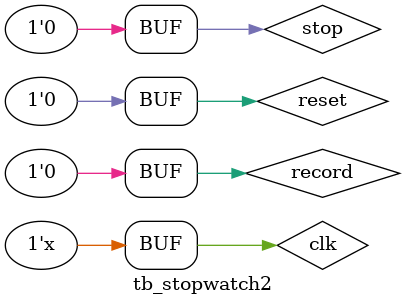
<source format=v>
`timescale 1ns / 1ps


module tb_stopwatch2;

	// Inputs
	reg clk;
	reg reset;
	reg stop;
	reg record;

	// Outputs
	wire ring;
	wire [6:0] sec;
	wire [6:0] min;
	wire [4:0] hour;
	wire [6:0] rec_sec;
	wire [6:0] rec_min;
	wire [4:0] rec_hour;

	// Instantiate the Unit Under Test (UUT)
	stopwatch2 uut (
		.clk(clk), 
		.reset(reset), 
		.stop(stop), 
		.record(record), 
		.ring(ring), 
		.sec(sec), 
		.min(min), 
		.hour(hour), 
		.rec_sec(rec_sec), 
		.rec_min(rec_min), 
		.rec_hour(rec_hour)
	);

	initial begin
		// Initialize Inputs
		clk = 0;
		reset = 0;
		stop = 0;
		record = 0;

		// Wait 100 ns for global reset to finish
		#1 reset=1;
		#1 reset=0;
		
		#50 record=1;
		#1 record=0;
		#50 record=1;
		#1 record=0;
		
        
		// Add stimulus here

	end
	
	always #5 clk=~clk;
      
endmodule


</source>
